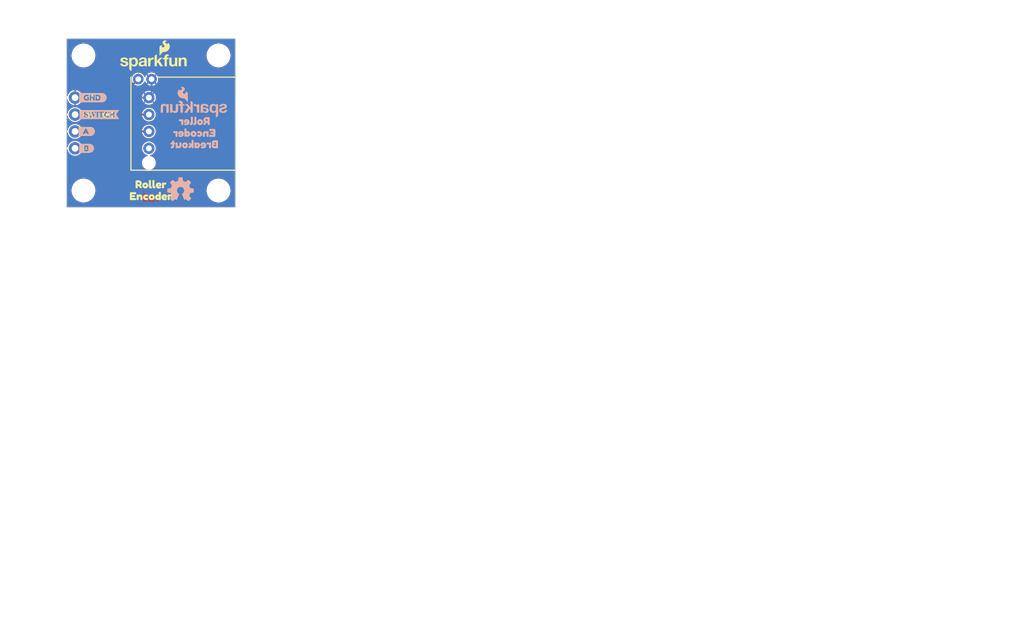
<source format=kicad_pcb>
(kicad_pcb (version 20241229) (generator "pcbnew") (generator_version "9.0")
  (title_block (comment 1 "Designed by: N. Seidle"))
  (layers (0 "F.Cu" signal) (2 "B.Cu" jumper) (13 "F.Paste" user) (15 "B.Paste" user) (5 "F.SilkS" user "F.Silkscreen") (7 "B.SilkS" user "B.Silkscreen") (1 "F.Mask" user) (3 "B.Mask" user) (25 "Edge.Cuts" user))
  (net 0 "")
  (net 1 "GND")
  (net 2 "A")
  (net 3 "B")
  (net 4 "SWITCH")
  (footprint "kibuzzard-6794662B" (layer "F.Cu") (at 138.27125 108.585)
    (property "Reference" "kibuzzard-6794662B" (hide yes))
    (property "Value" "G***" (hide yes))
  )
  (footprint "RollerEncoder:RollerEncoder" (layer "F.Cu") (at 147.6375 104.775 90)
    (property "Reference" "SW1")
    (property "Value" "Roller_Encoder_Switch")
    (pad "" np_thru_hole circle (at -6 0 90) (size 1.6 1.6) (drill 1.6) (layers "*.Cu" "*.Mask"))
    (pad "A" thru_hole circle (at 1.27 0 90) (size 1.7 1.7) (drill 0.9) (layers "*.Cu" "*.Mask") (net 2 "A"))
    (pad "B" thru_hole circle (at -1.27 0 90) (size 1.7 1.7) (drill 0.9) (layers "*.Cu" "*.Mask") (net 3 "B"))
    (pad "C" thru_hole circle (at 3.81 0 90) (size 1.7 1.7) (drill 0.9) (layers "*.Cu" "*.Mask") (net 1 "GND"))
    (pad "NC" thru_hole circle (at -3.81 0 90) (size 1.7 1.7) (drill 0.9) (layers "*.Cu" "*.Mask"))
    (pad "S1" thru_hole circle (at 6.6 -1.6 90) (size 1.6 1.6) (drill 0.85) (layers "*.Cu" "*.Mask") (net 4 "SWITCH"))
    (pad "S2" thru_hole circle (at 6.6 0.4 90) (size 1.6 1.6) (drill 0.85) (layers "*.Cu" "*.Mask") (net 1 "GND"))
  )
  (footprint "kibuzzard-679465D4" (layer "F.Cu") (at 147.955 115.7605)
    (property "Reference" "kibuzzard-679465D4" (hide yes))
    (property "Value" "G***" (hide yes))
  )
  (footprint "SparkFun-Hardware:Standoff" (layer "F.Cu") (at 158.115 114.935)
    (property "Reference" "ST2")
    (property "Value" "Standoff")
    (pad "" np_thru_hole circle (at 0 0) (size 3.1 3.1) (drill 3.1) (layers "*.Cu" "*.Mask"))
  )
  (footprint "SparkFun-Hardware:Standoff" (layer "F.Cu") (at 158.115 94.615)
    (property "Reference" "ST1")
    (property "Value" "Standoff")
    (pad "" np_thru_hole circle (at 0 0) (size 3.1 3.1) (drill 3.1) (layers "*.Cu" "*.Mask"))
  )
  (footprint "SparkFun-Aesthetic:SparkFun_Logo_10mm" (layer "F.Cu") (at 148.2725 95.5675)
    (property "Reference" "G***")
    (property "Value" "LOGO" (hide yes))
  )
  (footprint "kibuzzard-679465CE" (layer "F.Cu") (at 147.955 113.9825)
    (property "Reference" "kibuzzard-679465CE" (hide yes))
    (property "Value" "G***" (hide yes))
  )
  (footprint "kibuzzard-67946D7C" (layer "F.Cu") (at 138.27125 106.045)
    (property "Reference" "kibuzzard-67946D7C" (hide yes))
    (property "Value" "G***" (hide yes))
  )
  (footprint "kibuzzard-67946D1E" (layer "F.Cu") (at 139.22375 100.965)
    (property "Reference" "kibuzzard-67946D1E" (hide yes))
    (property "Value" "G***" (hide yes))
  )
  (footprint "SparkFun-Aesthetic:Creative_Commons_License" (layer "F.Cu") (at 232.41 159.385)
    (property "Reference" "G1" (hide yes))
    (property "Value" "OSHW_Logo" (hide yes))
  )
  (footprint "SparkFun-Hardware:Standoff" (layer "F.Cu") (at 137.795 94.615)
    (property "Reference" "ST3")
    (property "Value" "Standoff")
    (pad "" np_thru_hole circle (at 0 0) (size 3.1 3.1) (drill 3.1) (layers "*.Cu" "*.Mask"))
  )
  (footprint "kibuzzard-6794660B" (layer "F.Cu") (at 140.17625 103.505)
    (property "Reference" "kibuzzard-6794660B" (hide yes))
    (property "Value" "G***" (hide yes))
  )
  (footprint "SparkFun-Connector:1x04" (layer "F.Cu") (at 136.525 108.585 90)
    (property "Reference" "J1")
    (property "Value" "Conn_01x04")
    (pad "1" thru_hole circle (at 0 0 180) (size 1.8796 1.8796) (drill 1.016) (layers "*.Cu" "*.Mask") (net 3 "B"))
    (pad "2" thru_hole circle (at 2.54 0 180) (size 1.8796 1.8796) (drill 1.016) (layers "*.Cu" "*.Mask") (net 2 "A"))
    (pad "3" thru_hole circle (at 5.08 0 180) (size 1.8796 1.8796) (drill 1.016) (layers "*.Cu" "*.Mask") (net 4 "SWITCH"))
    (pad "4" thru_hole circle (at 7.62 0 180) (size 1.8796 1.8796) (drill 1.016) (layers "*.Cu" "*.Mask") (net 1 "GND"))
  )
  (footprint "SparkFun-Hardware:Standoff" (layer "F.Cu") (at 137.795 114.935)
    (property "Reference" "ST4")
    (property "Value" "Standoff")
    (pad "" np_thru_hole circle (at 0 0) (size 3.1 3.1) (drill 3.1) (layers "*.Cu" "*.Mask"))
  )
  (footprint "kibuzzard-679465D4" (layer "B.Cu") (at 154.46375 106.2355 180)
    (property "Reference" "kibuzzard-679465D4" (hide yes))
    (property "Value" "G***" (hide yes))
  )
  (footprint "kibuzzard-67946CBF" (layer "B.Cu") (at 154.46375 107.95 180)
    (property "Reference" "kibuzzard-67946CBF" (hide yes))
    (property "Value" "G***" (hide yes))
  )
  (footprint "kibuzzard-67946D9A" (layer "B.Cu") (at 138.27125 108.585 180)
    (property "Reference" "kibuzzard-67946D9A" (hide yes))
    (property "Value" "G***" (hide yes))
  )
  (footprint "kibuzzard-679465CE" (layer "B.Cu") (at 154.46375 104.4575 180)
    (property "Reference" "kibuzzard-679465CE" (hide yes))
    (property "Value" "G***" (hide yes))
  )
  (footprint "kibuzzard-67946CF5" (layer "B.Cu") (at 139.22375 100.965 180)
    (property "Reference" "kibuzzard-67946CF5" (hide yes))
    (property "Value" "G***" (hide yes))
  )
  (footprint "SparkFun-Aesthetic:OSHW_Logo_4mm" (layer "B.Cu") (at 152.4 114.935 180)
    (property "Reference" "Ref**" (hide yes))
    (property "Value" "Val**" (hide yes))
  )
  (footprint "kibuzzard-67946D71" (layer "B.Cu") (at 138.27125 106.045 180)
    (property "Reference" "kibuzzard-67946D71" (hide yes))
    (property "Value" "G***" (hide yes))
  )
  (footprint "kibuzzard-67946DB3" (layer "B.Cu") (at 140.17625 103.505 180)
    (property "Reference" "kibuzzard-67946DB3" (hide yes))
    (property "Value" "G***" (hide yes))
  )
  (footprint "SparkFun-Aesthetic:SparkFun_Logo_10mm" (layer "B.Cu") (at 154.46375 102.5525 180)
    (property "Reference" "G***")
    (property "Value" "LOGO" (hide yes))
  )
  (gr_rect (start 135.255 92.075) (end 160.655 117.475) (stroke (width 0.1)) (fill no) (layer "Edge.Cuts"))
  (gr_text "v10" (at 147.955 116.04625 0) (layer "B.Cu" knockout) (effects (font (size 1 1) (thickness 0.25) (bold yes)) (justify mirror)))
  (segment (start 147.6375 100.965) (end 136.525 100.965) (width 0.254) (layer "B.Cu") (net 1))
  (segment (start 148.0375 98.175) (end 148.0375 100.565) (width 0.254) (layer "B.Cu") (net 1))
  (segment (start 148.0375 100.565) (end 147.6375 100.965) (width 0.254) (layer "B.Cu") (net 1))
  (segment (start 140.6525 106.045) (end 136.525 106.045) (width 0.254) (layer "F.Cu") (net 2))
  (segment (start 143.1925 103.505) (end 140.6525 106.045) (width 0.254) (layer "F.Cu") (net 2))
  (segment (start 147.6375 103.505) (end 143.1925 103.505) (width 0.254) (layer "F.Cu") (net 2))
  (segment (start 142.875 106.045) (end 140.335 108.585) (width 0.254) (layer "F.Cu") (net 3))
  (segment (start 147.6375 106.045) (end 142.875 106.045) (width 0.254) (layer "F.Cu") (net 3))
  (segment (start 140.335 108.585) (end 136.525 108.585) (width 0.254) (layer "F.Cu") (net 3))
  (segment (start 146.0375 98.175) (end 140.7075 103.505) (width 0.254) (layer "F.Cu") (net 4))
  (segment (start 140.7075 103.505) (end 136.525 103.505) (width 0.254) (layer "F.Cu") (net 4))
  (zone (net 1) (net_name "GND") (layers "F.Cu" "B.Cu") (connect_pads (clearance 0.1778)) (min_thickness 0.1778) (fill yes (thermal_gap 0.2032) (thermal_bridge_width 0.1778))
    (polygon (pts (xy 135.255 117.475) (xy 135.255 92.075) (xy 160.655 92.075) (xy 160.655 117.475)))
  )
)
</source>
